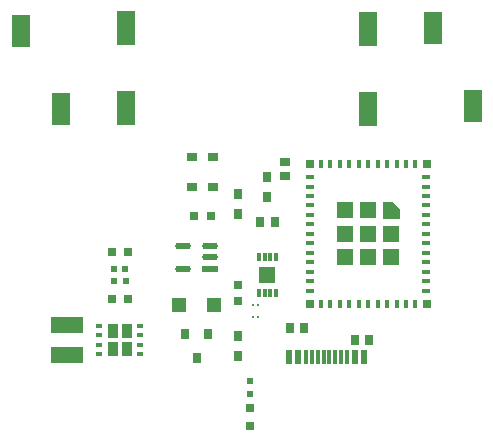
<source format=gtp>
G04*
G04 #@! TF.GenerationSoftware,Altium Limited,Altium Designer,25.2.1 (25)*
G04*
G04 Layer_Color=8421504*
%FSLAX25Y25*%
%MOIN*%
G70*
G04*
G04 #@! TF.SameCoordinates,1F312145-2A38-4454-B551-27999C65A1A9*
G04*
G04*
G04 #@! TF.FilePolarity,Positive*
G04*
G01*
G75*
%ADD13R,0.03347X0.04921*%
%ADD14R,0.01968X0.01181*%
%ADD15R,0.03150X0.03543*%
%ADD16R,0.03543X0.03150*%
G04:AMPARAMS|DCode=17|XSize=29.92mil|YSize=26mil|CornerRadius=3.25mil|HoleSize=0mil|Usage=FLASHONLY|Rotation=90.000|XOffset=0mil|YOffset=0mil|HoleType=Round|Shape=RoundedRectangle|*
%AMROUNDEDRECTD17*
21,1,0.02992,0.01950,0,0,90.0*
21,1,0.02342,0.02600,0,0,90.0*
1,1,0.00650,0.00975,0.01171*
1,1,0.00650,0.00975,-0.01171*
1,1,0.00650,-0.00975,-0.01171*
1,1,0.00650,-0.00975,0.01171*
%
%ADD17ROUNDEDRECTD17*%
%ADD18R,0.05906X0.11811*%
%ADD19R,0.05906X0.11024*%
G04:AMPARAMS|DCode=20|XSize=29.92mil|YSize=26mil|CornerRadius=3.25mil|HoleSize=0mil|Usage=FLASHONLY|Rotation=0.000|XOffset=0mil|YOffset=0mil|HoleType=Round|Shape=RoundedRectangle|*
%AMROUNDEDRECTD20*
21,1,0.02992,0.01950,0,0,0.0*
21,1,0.02342,0.02600,0,0,0.0*
1,1,0.00650,0.01171,-0.00975*
1,1,0.00650,-0.01171,-0.00975*
1,1,0.00650,-0.01171,0.00975*
1,1,0.00650,0.01171,0.00975*
%
%ADD20ROUNDEDRECTD20*%
%ADD21R,0.01181X0.04528*%
%ADD22R,0.02362X0.04528*%
%ADD23C,0.04752*%
%ADD24R,0.02756X0.02756*%
%ADD25R,0.05709X0.05709*%
%ADD26R,0.03150X0.01575*%
%ADD27R,0.01575X0.03150*%
%ADD28R,0.05748X0.05354*%
%ADD29R,0.01181X0.02953*%
%ADD30R,0.04921X0.04803*%
%ADD31R,0.05269X0.02275*%
G04:AMPARAMS|DCode=32|XSize=52.69mil|YSize=22.75mil|CornerRadius=11.38mil|HoleSize=0mil|Usage=FLASHONLY|Rotation=180.000|XOffset=0mil|YOffset=0mil|HoleType=Round|Shape=RoundedRectangle|*
%AMROUNDEDRECTD32*
21,1,0.05269,0.00000,0,0,180.0*
21,1,0.02993,0.02275,0,0,180.0*
1,1,0.02275,-0.01497,0.00000*
1,1,0.02275,0.01497,0.00000*
1,1,0.02275,0.01497,0.00000*
1,1,0.02275,-0.01497,0.00000*
%
%ADD32ROUNDEDRECTD32*%
%ADD33R,0.02237X0.02254*%
%ADD34R,0.02894X0.03394*%
%ADD35R,0.02362X0.02362*%
%ADD36R,0.02362X0.02362*%
%ADD37R,0.03394X0.02894*%
%ADD38C,0.00984*%
%ADD39R,0.11024X0.05512*%
%ADD40R,0.03150X0.03150*%
G36*
X134744Y75197D02*
Y71850D01*
X129035D01*
Y77559D01*
X132382D01*
X134744Y75197D01*
D02*
G37*
D13*
X39075Y28445D02*
D03*
X43602D02*
D03*
Y34547D02*
D03*
X39075D02*
D03*
D14*
X34449Y26772D02*
D03*
X34449Y29921D02*
D03*
X34449Y33071D02*
D03*
X34449Y36220D02*
D03*
X48228D02*
D03*
X48228Y33071D02*
D03*
X48228Y29921D02*
D03*
X48228Y26772D02*
D03*
D15*
X90551Y79331D02*
D03*
Y86024D02*
D03*
X70669Y33465D02*
D03*
X63189D02*
D03*
X66929Y25591D02*
D03*
X80709Y73425D02*
D03*
Y80118D02*
D03*
Y26181D02*
D03*
Y32874D02*
D03*
D16*
X72244Y92520D02*
D03*
X65551D02*
D03*
X72244Y82677D02*
D03*
X65551D02*
D03*
D17*
X38583Y61024D02*
D03*
X44094D02*
D03*
Y45276D02*
D03*
X38583D02*
D03*
X71653Y72835D02*
D03*
X66142D02*
D03*
D18*
X43307Y108858D02*
D03*
Y135630D02*
D03*
X124016Y135236D02*
D03*
Y108465D02*
D03*
D19*
X21654D02*
D03*
X8268Y134449D02*
D03*
X145669Y135630D02*
D03*
X159055Y109646D02*
D03*
D20*
X80709Y50000D02*
D03*
Y44488D02*
D03*
D21*
X103347Y25945D02*
D03*
X105315D02*
D03*
X107283D02*
D03*
X109252D02*
D03*
X113189D02*
D03*
X115157D02*
D03*
X117126D02*
D03*
X111221D02*
D03*
D22*
X100787D02*
D03*
X119685D02*
D03*
X97638D02*
D03*
X122835D02*
D03*
D23*
X131696Y74511D02*
D03*
D24*
X143602Y90354D02*
D03*
X104626D02*
D03*
Y43504D02*
D03*
X143602D02*
D03*
D25*
X124114Y59153D02*
D03*
Y66929D02*
D03*
Y74705D02*
D03*
X116339Y59153D02*
D03*
Y66929D02*
D03*
Y74705D02*
D03*
X131890Y59153D02*
D03*
Y66929D02*
D03*
D26*
X143405Y85827D02*
D03*
Y82677D02*
D03*
Y79528D02*
D03*
Y76378D02*
D03*
Y73228D02*
D03*
Y70079D02*
D03*
Y66929D02*
D03*
Y63779D02*
D03*
Y60630D02*
D03*
Y57480D02*
D03*
Y54331D02*
D03*
Y51181D02*
D03*
Y48031D02*
D03*
X104823D02*
D03*
Y51181D02*
D03*
Y54331D02*
D03*
Y57480D02*
D03*
Y60630D02*
D03*
Y63779D02*
D03*
Y66929D02*
D03*
Y70079D02*
D03*
Y73228D02*
D03*
Y76378D02*
D03*
Y79528D02*
D03*
Y82677D02*
D03*
Y85827D02*
D03*
D27*
X139862Y43701D02*
D03*
X136713D02*
D03*
X133563D02*
D03*
X130413D02*
D03*
X127264D02*
D03*
X124114D02*
D03*
X120965D02*
D03*
X117815D02*
D03*
X114665D02*
D03*
X111516D02*
D03*
X108366D02*
D03*
Y90158D02*
D03*
X111516D02*
D03*
X114665D02*
D03*
X117815D02*
D03*
X120965D02*
D03*
X124114D02*
D03*
X127264D02*
D03*
X130413D02*
D03*
X133563D02*
D03*
X136713D02*
D03*
X139862D02*
D03*
D28*
X90551Y53150D02*
D03*
D29*
X93504Y59055D02*
D03*
X91535D02*
D03*
X89567D02*
D03*
X87598D02*
D03*
X93504Y47244D02*
D03*
X91535D02*
D03*
X89567D02*
D03*
X87598D02*
D03*
D30*
X61122Y43307D02*
D03*
X72736D02*
D03*
D31*
X71324Y55315D02*
D03*
D32*
Y59055D02*
D03*
Y62795D02*
D03*
X62535D02*
D03*
Y55315D02*
D03*
D33*
X43119Y55118D02*
D03*
X39559D02*
D03*
D34*
X119624Y31496D02*
D03*
X124470D02*
D03*
X102816Y35433D02*
D03*
X97971D02*
D03*
X88128Y70866D02*
D03*
X92974D02*
D03*
D35*
X43406Y51181D02*
D03*
X39272D02*
D03*
D36*
X84646Y13681D02*
D03*
Y17815D02*
D03*
D37*
X96457Y86160D02*
D03*
Y91005D02*
D03*
D38*
X87421Y39370D02*
D03*
Y43307D02*
D03*
X85807D02*
D03*
Y39370D02*
D03*
D39*
X23622Y36614D02*
D03*
Y26378D02*
D03*
D40*
X84646Y8858D02*
D03*
Y2953D02*
D03*
M02*

</source>
